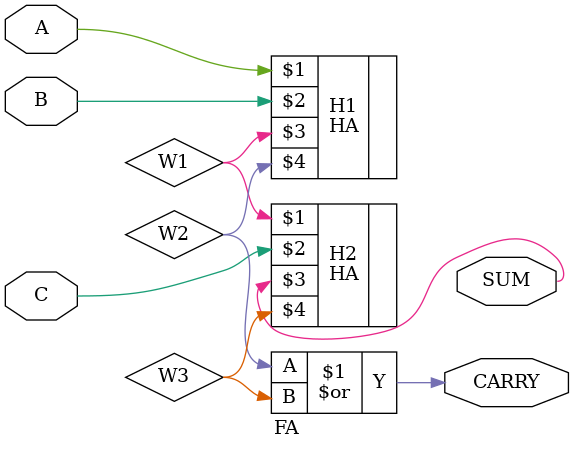
<source format=v>
`timescale 1ns / 1ps
module FA(
    input A,B,C,
    output SUM,CARRY
    );


HA H1(A,B, W1,W2); 
HA H2(W1,C,SUM,W3);

or o1(CARRY,W2,W3); 



endmodule

</source>
